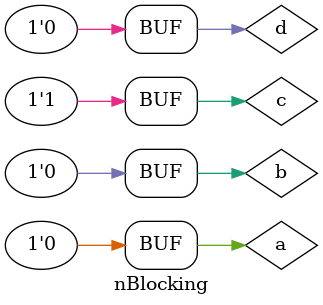
<source format=v>
module nBlocking();

reg a,b,c,d;
 


initial begin

$dumpfile ("nonblocking.vcd"); 
$dumpvars(0,nBlocking);

end


initial
begin
a=1'b1;//blocking. sequential at time t=0
b=1'b0;
c=1'b0;
d=1'b0;
  //non-blocking
//Reading the RHS at time t = 0
   a <= #1 b; //Read b at time 0 and assign to a at time=1
//a=0
   c <= #1 a; //Read a at time 0 and assign to c at time=1
   #10;
//c = 1


end


 
endmodule

</source>
